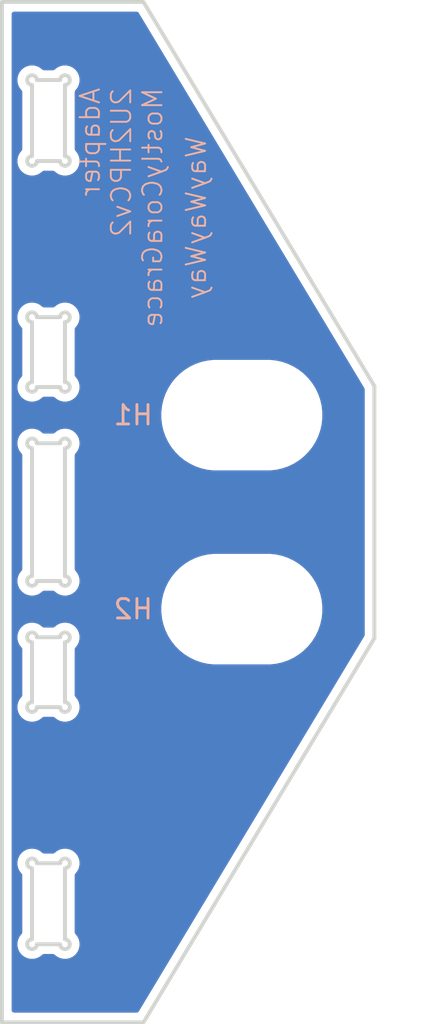
<source format=kicad_pcb>
(kicad_pcb (version 20241229) (generator "pcbnew") (generator_version "9.0")
  (layers (0 "F.Cu" signal) (2 "B.Cu" signal) (13 "F.Paste" user) (15 "B.Paste" user) (5 "F.SilkS" user "F.Silkscreen") (7 "B.SilkS" user "B.Silkscreen") (1 "F.Mask" user) (3 "B.Mask" user) (25 "Edge.Cuts" user))
  (net 0 "")
  (footprint "EXC:MountingHole_5.2mm_M5" (layer "F.Cu") (at 10.7666 39.45)
    (property "Reference" "H1" (at -4.5 0 0) (layer "B.SilkS") (effects (justify left mirror)))
    (property "Value" "Eurorack_M5_MountingHole")
    (pad "" np_thru_hole oval (at 0 0) (size 7.8 5.2) (drill oval 7.8 5.2) (layers "*.Cu" "*.Mask"))
  )
  (footprint "EXC:MountingHole_5.2mm_M5" (layer "F.Cu") (at 10.7666 49.45)
    (property "Reference" "H2" (at -4.5 0 0) (layer "B.SilkS") (effects (justify left mirror)))
    (property "Value" "Eurorack_M5_MountingHole")
    (pad "" np_thru_hole oval (at 0 0) (size 7.8 5.2) (drill oval 7.8 5.2) (layers "*.Cu" "*.Mask"))
  )
  (gr_arc (start 1.65 26.1) (mid 1.826777 26.526777) (end 1.4 26.35) (stroke (width 0.2)) (layer "Edge.Cuts"))
  (gr_line (start -0.05 51.15) (end -0.05 54.25) (stroke (width 0.2)) (layer "Edge.Cuts"))
  (gr_arc (start -0.05 34.65) (mid -0.226777 34.223223) (end 0.2 34.4) (stroke (width 0.2)) (layer "Edge.Cuts"))
  (gr_arc (start 0.2 38) (mid -0.226777 38.176777) (end -0.05 37.75) (stroke (width 0.2)) (layer "Edge.Cuts"))
  (gr_line (start 1.65 51.15) (end 1.65 54.25) (stroke (width 0.2)) (layer "Edge.Cuts"))
  (gr_line (start 1.65 62.8) (end 1.65 66.475) (stroke (width 0.2)) (layer "Edge.Cuts"))
  (gr_arc (start 0.2 66.725) (mid -0.226777 66.901777) (end -0.05 66.475) (stroke (width 0.2)) (layer "Edge.Cuts"))
  (gr_arc (start 1.4 50.9) (mid 1.826777 50.723223) (end 1.65 51.15) (stroke (width 0.2)) (layer "Edge.Cuts"))
  (gr_arc (start 1.65 37.75) (mid 1.826777 38.176777) (end 1.4 38) (stroke (width 0.2)) (layer "Edge.Cuts"))
  (gr_line (start 17.6 37.95) (end 17.6 50.95) (stroke (width 0.2)) (layer "Edge.Cuts"))
  (gr_line (start -1.6 18.15) (end 5.69581 18.15) (stroke (width 0.2)) (layer "Edge.Cuts"))
  (gr_line (start 0.2 38) (end 1.4 38) (stroke (width 0.2)) (layer "Edge.Cuts"))
  (gr_line (start -0.05 62.8) (end -0.05 66.475) (stroke (width 0.2)) (layer "Edge.Cuts"))
  (gr_line (start 1.65 41.15) (end 1.65 47.75) (stroke (width 0.2)) (layer "Edge.Cuts"))
  (gr_arc (start 1.4 22.175) (mid 1.826777 21.998223) (end 1.65 22.425) (stroke (width 0.2)) (layer "Edge.Cuts"))
  (gr_line (start -0.05 41.15) (end -0.05 47.75) (stroke (width 0.2)) (layer "Edge.Cuts"))
  (gr_arc (start 0.2 26.35) (mid -0.226777 26.526777) (end -0.05 26.1) (stroke (width 0.2)) (layer "Edge.Cuts"))
  (gr_line (start -0.05 22.425) (end -0.05 26.1) (stroke (width 0.2)) (layer "Edge.Cuts"))
  (gr_line (start 5.69972 70.75) (end -1.6 70.75) (stroke (width 0.2)) (layer "Edge.Cuts"))
  (gr_arc (start 1.65 66.475) (mid 1.826777 66.901777) (end 1.4 66.725) (stroke (width 0.2)) (layer "Edge.Cuts"))
  (gr_arc (start 1.65 47.75) (mid 1.826777 48.176777) (end 1.4 48) (stroke (width 0.2)) (layer "Edge.Cuts"))
  (gr_line (start 0.2 62.55) (end 1.4 62.55) (stroke (width 0.2)) (layer "Edge.Cuts"))
  (gr_line (start 0.2 54.5) (end 1.4 54.5) (stroke (width 0.2)) (layer "Edge.Cuts"))
  (gr_line (start 1.65 26.1) (end 1.65 22.425) (stroke (width 0.2)) (layer "Edge.Cuts"))
  (gr_line (start -1.6 18.15) (end -1.6 70.75) (stroke (width 0.2)) (layer "Edge.Cuts"))
  (gr_arc (start -0.05 41.15) (mid -0.226777 40.723223) (end 0.2 40.9) (stroke (width 0.2)) (layer "Edge.Cuts"))
  (gr_arc (start 1.65 54.25) (mid 1.826777 54.676777) (end 1.4 54.5) (stroke (width 0.2)) (layer "Edge.Cuts"))
  (gr_line (start 0.2 50.9) (end 1.4 50.9) (stroke (width 0.2)) (layer "Edge.Cuts"))
  (gr_arc (start -0.05 51.15) (mid -0.226777 50.723223) (end 0.2 50.9) (stroke (width 0.2)) (layer "Edge.Cuts"))
  (gr_line (start 1.65 34.65) (end 1.65 37.75) (stroke (width 0.2)) (layer "Edge.Cuts"))
  (gr_arc (start -0.05 22.425) (mid -0.226777 21.998223) (end 0.2 22.175) (stroke (width 0.2)) (layer "Edge.Cuts"))
  (gr_line (start 17.6 37.95) (end 5.69581 18.15) (stroke (width 0.2)) (layer "Edge.Cuts"))
  (gr_line (start 0.2 22.175) (end 1.4 22.175) (stroke (width 0.2)) (layer "Edge.Cuts"))
  (gr_arc (start 1.4 34.4) (mid 1.826777 34.223223) (end 1.65 34.65) (stroke (width 0.2)) (layer "Edge.Cuts"))
  (gr_arc (start 1.4 62.55) (mid 1.826777 62.373223) (end 1.65 62.8) (stroke (width 0.2)) (layer "Edge.Cuts"))
  (gr_line (start 0.2 66.725) (end 1.4 66.725) (stroke (width 0.2)) (layer "Edge.Cuts"))
  (gr_arc (start 0.2 54.5) (mid -0.226777 54.676777) (end -0.05 54.25) (stroke (width 0.2)) (layer "Edge.Cuts"))
  (gr_arc (start -0.05 62.8) (mid -0.226777 62.373223) (end 0.2 62.55) (stroke (width 0.2)) (layer "Edge.Cuts"))
  (gr_line (start -0.05 34.65) (end -0.05 37.75) (stroke (width 0.2)) (layer "Edge.Cuts"))
  (gr_arc (start 0.2 48) (mid -0.226777 48.176777) (end -0.05 47.75) (stroke (width 0.2)) (layer "Edge.Cuts"))
  (gr_arc (start 1.4 40.9) (mid 1.826777 40.723223) (end 1.65 41.15) (stroke (width 0.2)) (layer "Edge.Cuts"))
  (gr_line (start 0.2 48) (end 1.4 48) (stroke (width 0.2)) (layer "Edge.Cuts"))
  (gr_line (start 0.2 40.9) (end 1.4 40.9) (stroke (width 0.2)) (layer "Edge.Cuts"))
  (gr_line (start 0.2 34.4) (end 1.4 34.4) (stroke (width 0.2)) (layer "Edge.Cuts"))
  (gr_line (start 5.69972 70.75) (end 17.6 50.95) (stroke (width 0.2)) (layer "Edge.Cuts"))
  (gr_line (start 0.2 26.35) (end 1.4 26.35) (stroke (width 0.2)) (layer "Edge.Cuts"))
  (gr_text "Adapter\n2U2HPCv2\nMostlyCoraGrace" (at 6.75 22.5 90) (layer "B.SilkS") (effects (font (size 1 1) (thickness 0.1)) (justify left bottom mirror)))
  (gr_text "WayWayWay" (at 9 25 90) (layer "B.SilkS") (effects (font (size 1 1) (thickness 0.1)) (justify left bottom mirror)))
  (zone (net 0) (net_name "") (layers "F.Cu" "B.Cu") (connect_pads (clearance 0.5)) (min_thickness 0.25) (fill yes (thermal_gap 0.5) (thermal_bridge_width 0.5) (island_removal_mode 1) (island_area_min 10))
    (polygon (pts (xy -1.6 18.15) (xy 5.69581 18.15) (xy 17.6 37.95) (xy 17.6 50.95) (xy 5.69972 70.75) (xy -1.6 70.75)))
  )
)
</source>
